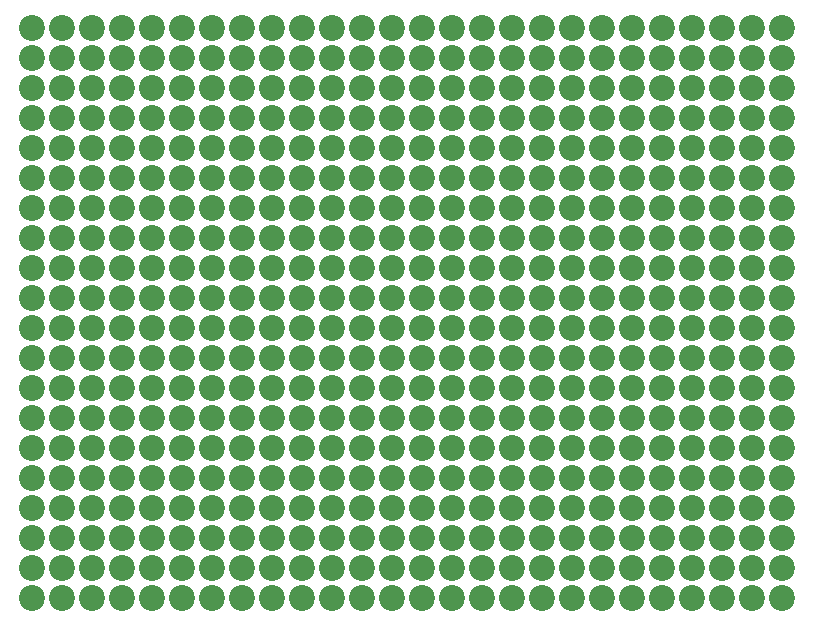
<source format=gbr>
%TF.GenerationSoftware,KiCad,Pcbnew,(5.1.8)-1*%
%TF.CreationDate,2022-01-26T04:46:27+03:00*%
%TF.ProjectId,Proto50x70-4er,50726f74-6f35-4307-9837-302d3465722e,rev?*%
%TF.SameCoordinates,Original*%
%TF.FileFunction,Copper,L1,Top*%
%TF.FilePolarity,Positive*%
%FSLAX46Y46*%
G04 Gerber Fmt 4.6, Leading zero omitted, Abs format (unit mm)*
G04 Created by KiCad (PCBNEW (5.1.8)-1) date 2022-01-26 04:46:27*
%MOMM*%
%LPD*%
G01*
G04 APERTURE LIST*
%TA.AperFunction,ViaPad*%
%ADD10C,2.200000*%
%TD*%
G04 APERTURE END LIST*
D10*
%TO.N,*%
X53340000Y-76200000D03*
X53340000Y-73660000D03*
X53340000Y-71120000D03*
X53340000Y-68580000D03*
X53340000Y-66040000D03*
X53340000Y-63500000D03*
X53340000Y-60960000D03*
X53340000Y-58420000D03*
X53340000Y-55880000D03*
X53340000Y-53340000D03*
X53340000Y-50800000D03*
X53340000Y-48260000D03*
X53340000Y-45720000D03*
X53340000Y-43180000D03*
X53340000Y-40640000D03*
X53340000Y-38100000D03*
X53340000Y-35560000D03*
X53340000Y-33020000D03*
X53340000Y-30480000D03*
X53340000Y-27940000D03*
X55880000Y-45720000D03*
X55880000Y-50800000D03*
X55880000Y-38100000D03*
X55880000Y-58420000D03*
X55880000Y-27940000D03*
X55880000Y-33020000D03*
X55880000Y-35560000D03*
X55880000Y-30480000D03*
X55880000Y-63500000D03*
X55880000Y-60960000D03*
X55880000Y-71120000D03*
X55880000Y-76200000D03*
X55880000Y-68580000D03*
X55880000Y-53340000D03*
X55880000Y-73660000D03*
X55880000Y-40640000D03*
X55880000Y-55880000D03*
X55880000Y-66040000D03*
X55880000Y-48260000D03*
X55880000Y-43180000D03*
X58420000Y-45720000D03*
X58420000Y-50800000D03*
X58420000Y-38100000D03*
X58420000Y-58420000D03*
X58420000Y-27940000D03*
X58420000Y-33020000D03*
X58420000Y-35560000D03*
X58420000Y-30480000D03*
X58420000Y-63500000D03*
X58420000Y-60960000D03*
X58420000Y-71120000D03*
X58420000Y-76200000D03*
X58420000Y-68580000D03*
X58420000Y-53340000D03*
X58420000Y-73660000D03*
X58420000Y-40640000D03*
X58420000Y-55880000D03*
X58420000Y-66040000D03*
X58420000Y-48260000D03*
X58420000Y-43180000D03*
X60960000Y-45720000D03*
X60960000Y-50800000D03*
X60960000Y-38100000D03*
X60960000Y-58420000D03*
X60960000Y-27940000D03*
X60960000Y-33020000D03*
X60960000Y-35560000D03*
X60960000Y-30480000D03*
X60960000Y-63500000D03*
X60960000Y-60960000D03*
X60960000Y-71120000D03*
X60960000Y-76200000D03*
X60960000Y-68580000D03*
X60960000Y-53340000D03*
X60960000Y-73660000D03*
X60960000Y-40640000D03*
X60960000Y-55880000D03*
X60960000Y-66040000D03*
X60960000Y-48260000D03*
X60960000Y-43180000D03*
X68580000Y-33020000D03*
X63500000Y-45720000D03*
X63500000Y-50800000D03*
X68580000Y-68580000D03*
X71120000Y-58420000D03*
X66040000Y-55880000D03*
X63500000Y-38100000D03*
X68580000Y-60960000D03*
X63500000Y-58420000D03*
X68580000Y-71120000D03*
X66040000Y-76200000D03*
X66040000Y-53340000D03*
X66040000Y-40640000D03*
X68580000Y-27940000D03*
X71120000Y-38100000D03*
X71120000Y-73660000D03*
X71120000Y-27940000D03*
X71120000Y-55880000D03*
X63500000Y-27940000D03*
X71120000Y-35560000D03*
X71120000Y-33020000D03*
X71120000Y-30480000D03*
X71120000Y-71120000D03*
X71120000Y-60960000D03*
X71120000Y-45720000D03*
X71120000Y-53340000D03*
X68580000Y-43180000D03*
X71120000Y-76200000D03*
X71120000Y-50800000D03*
X71120000Y-68580000D03*
X71120000Y-63500000D03*
X71120000Y-66040000D03*
X66040000Y-27940000D03*
X68580000Y-45720000D03*
X68580000Y-63500000D03*
X63500000Y-33020000D03*
X68580000Y-40640000D03*
X63500000Y-35560000D03*
X68580000Y-66040000D03*
X63500000Y-30480000D03*
X68580000Y-76200000D03*
X68580000Y-38100000D03*
X66040000Y-68580000D03*
X66040000Y-73660000D03*
X68580000Y-50800000D03*
X63500000Y-63500000D03*
X63500000Y-60960000D03*
X68580000Y-53340000D03*
X68580000Y-73660000D03*
X68580000Y-48260000D03*
X66040000Y-43180000D03*
X71120000Y-43180000D03*
X63500000Y-71120000D03*
X68580000Y-35560000D03*
X68580000Y-55880000D03*
X63500000Y-76200000D03*
X66040000Y-60960000D03*
X66040000Y-48260000D03*
X66040000Y-35560000D03*
X66040000Y-30480000D03*
X63500000Y-68580000D03*
X66040000Y-71120000D03*
X63500000Y-53340000D03*
X63500000Y-73660000D03*
X66040000Y-63500000D03*
X68580000Y-58420000D03*
X66040000Y-66040000D03*
X63500000Y-40640000D03*
X66040000Y-58420000D03*
X71120000Y-40640000D03*
X63500000Y-55880000D03*
X68580000Y-30480000D03*
X66040000Y-50800000D03*
X63500000Y-66040000D03*
X71120000Y-48260000D03*
X66040000Y-38100000D03*
X63500000Y-48260000D03*
X63500000Y-43180000D03*
X66040000Y-33020000D03*
X66040000Y-45720000D03*
X78740000Y-33020000D03*
X73660000Y-45720000D03*
X73660000Y-50800000D03*
X78740000Y-68580000D03*
X81280000Y-58420000D03*
X76200000Y-55880000D03*
X73660000Y-38100000D03*
X78740000Y-60960000D03*
X73660000Y-58420000D03*
X78740000Y-71120000D03*
X76200000Y-76200000D03*
X76200000Y-53340000D03*
X76200000Y-40640000D03*
X78740000Y-27940000D03*
X81280000Y-38100000D03*
X81280000Y-73660000D03*
X81280000Y-27940000D03*
X81280000Y-55880000D03*
X73660000Y-27940000D03*
X81280000Y-35560000D03*
X81280000Y-33020000D03*
X81280000Y-30480000D03*
X81280000Y-71120000D03*
X81280000Y-60960000D03*
X81280000Y-45720000D03*
X81280000Y-53340000D03*
X78740000Y-43180000D03*
X81280000Y-76200000D03*
X81280000Y-50800000D03*
X81280000Y-68580000D03*
X81280000Y-63500000D03*
X81280000Y-66040000D03*
X76200000Y-27940000D03*
X78740000Y-45720000D03*
X78740000Y-63500000D03*
X73660000Y-33020000D03*
X78740000Y-40640000D03*
X73660000Y-35560000D03*
X78740000Y-66040000D03*
X73660000Y-30480000D03*
X78740000Y-76200000D03*
X78740000Y-38100000D03*
X76200000Y-68580000D03*
X76200000Y-73660000D03*
X78740000Y-50800000D03*
X73660000Y-63500000D03*
X73660000Y-60960000D03*
X78740000Y-53340000D03*
X78740000Y-73660000D03*
X78740000Y-48260000D03*
X76200000Y-43180000D03*
X81280000Y-43180000D03*
X73660000Y-71120000D03*
X78740000Y-35560000D03*
X78740000Y-55880000D03*
X73660000Y-76200000D03*
X76200000Y-60960000D03*
X76200000Y-48260000D03*
X76200000Y-35560000D03*
X76200000Y-30480000D03*
X73660000Y-68580000D03*
X76200000Y-71120000D03*
X73660000Y-53340000D03*
X73660000Y-73660000D03*
X76200000Y-63500000D03*
X78740000Y-58420000D03*
X76200000Y-66040000D03*
X73660000Y-40640000D03*
X76200000Y-58420000D03*
X81280000Y-40640000D03*
X73660000Y-55880000D03*
X78740000Y-30480000D03*
X76200000Y-50800000D03*
X73660000Y-66040000D03*
X81280000Y-48260000D03*
X76200000Y-38100000D03*
X73660000Y-48260000D03*
X73660000Y-43180000D03*
X76200000Y-33020000D03*
X76200000Y-45720000D03*
X88900000Y-33020000D03*
X83820000Y-45720000D03*
X83820000Y-50800000D03*
X88900000Y-68580000D03*
X91440000Y-58420000D03*
X86360000Y-55880000D03*
X83820000Y-38100000D03*
X88900000Y-60960000D03*
X83820000Y-58420000D03*
X88900000Y-71120000D03*
X86360000Y-76200000D03*
X86360000Y-53340000D03*
X86360000Y-40640000D03*
X88900000Y-27940000D03*
X91440000Y-38100000D03*
X91440000Y-73660000D03*
X91440000Y-27940000D03*
X91440000Y-55880000D03*
X83820000Y-27940000D03*
X91440000Y-35560000D03*
X91440000Y-33020000D03*
X91440000Y-30480000D03*
X91440000Y-71120000D03*
X91440000Y-60960000D03*
X91440000Y-45720000D03*
X91440000Y-53340000D03*
X88900000Y-43180000D03*
X91440000Y-76200000D03*
X91440000Y-50800000D03*
X91440000Y-68580000D03*
X91440000Y-63500000D03*
X91440000Y-66040000D03*
X86360000Y-27940000D03*
X88900000Y-45720000D03*
X88900000Y-63500000D03*
X83820000Y-33020000D03*
X88900000Y-40640000D03*
X83820000Y-35560000D03*
X88900000Y-66040000D03*
X83820000Y-30480000D03*
X88900000Y-76200000D03*
X88900000Y-38100000D03*
X86360000Y-68580000D03*
X86360000Y-73660000D03*
X88900000Y-50800000D03*
X83820000Y-63500000D03*
X83820000Y-60960000D03*
X88900000Y-53340000D03*
X88900000Y-73660000D03*
X88900000Y-48260000D03*
X86360000Y-43180000D03*
X91440000Y-43180000D03*
X83820000Y-71120000D03*
X88900000Y-35560000D03*
X88900000Y-55880000D03*
X83820000Y-76200000D03*
X86360000Y-60960000D03*
X86360000Y-48260000D03*
X86360000Y-35560000D03*
X86360000Y-30480000D03*
X83820000Y-68580000D03*
X86360000Y-71120000D03*
X83820000Y-53340000D03*
X83820000Y-73660000D03*
X86360000Y-63500000D03*
X88900000Y-58420000D03*
X86360000Y-66040000D03*
X83820000Y-40640000D03*
X86360000Y-58420000D03*
X91440000Y-40640000D03*
X83820000Y-55880000D03*
X88900000Y-30480000D03*
X86360000Y-50800000D03*
X83820000Y-66040000D03*
X91440000Y-48260000D03*
X86360000Y-38100000D03*
X83820000Y-48260000D03*
X83820000Y-43180000D03*
X86360000Y-33020000D03*
X86360000Y-45720000D03*
X99060000Y-33020000D03*
X93980000Y-45720000D03*
X93980000Y-50800000D03*
X99060000Y-68580000D03*
X101600000Y-58420000D03*
X96520000Y-55880000D03*
X93980000Y-38100000D03*
X99060000Y-60960000D03*
X93980000Y-58420000D03*
X99060000Y-71120000D03*
X96520000Y-76200000D03*
X96520000Y-53340000D03*
X96520000Y-40640000D03*
X99060000Y-27940000D03*
X101600000Y-38100000D03*
X101600000Y-73660000D03*
X101600000Y-27940000D03*
X101600000Y-55880000D03*
X93980000Y-27940000D03*
X101600000Y-35560000D03*
X101600000Y-33020000D03*
X101600000Y-30480000D03*
X101600000Y-71120000D03*
X101600000Y-60960000D03*
X101600000Y-45720000D03*
X101600000Y-53340000D03*
X99060000Y-43180000D03*
X101600000Y-76200000D03*
X101600000Y-50800000D03*
X101600000Y-68580000D03*
X101600000Y-63500000D03*
X101600000Y-66040000D03*
X96520000Y-27940000D03*
X99060000Y-45720000D03*
X99060000Y-63500000D03*
X93980000Y-33020000D03*
X99060000Y-40640000D03*
X93980000Y-35560000D03*
X99060000Y-66040000D03*
X93980000Y-30480000D03*
X99060000Y-76200000D03*
X99060000Y-38100000D03*
X96520000Y-68580000D03*
X96520000Y-73660000D03*
X99060000Y-50800000D03*
X93980000Y-63500000D03*
X93980000Y-60960000D03*
X99060000Y-53340000D03*
X99060000Y-73660000D03*
X99060000Y-48260000D03*
X96520000Y-43180000D03*
X101600000Y-43180000D03*
X93980000Y-71120000D03*
X99060000Y-35560000D03*
X99060000Y-55880000D03*
X93980000Y-76200000D03*
X96520000Y-60960000D03*
X96520000Y-48260000D03*
X96520000Y-35560000D03*
X96520000Y-30480000D03*
X93980000Y-68580000D03*
X96520000Y-71120000D03*
X93980000Y-53340000D03*
X93980000Y-73660000D03*
X96520000Y-63500000D03*
X99060000Y-58420000D03*
X96520000Y-66040000D03*
X93980000Y-40640000D03*
X96520000Y-58420000D03*
X101600000Y-40640000D03*
X93980000Y-55880000D03*
X99060000Y-30480000D03*
X96520000Y-50800000D03*
X93980000Y-66040000D03*
X101600000Y-48260000D03*
X96520000Y-38100000D03*
X93980000Y-48260000D03*
X93980000Y-43180000D03*
X96520000Y-33020000D03*
X96520000Y-45720000D03*
X109220000Y-33020000D03*
X104140000Y-45720000D03*
X104140000Y-50800000D03*
X109220000Y-68580000D03*
X111760000Y-58420000D03*
X106680000Y-55880000D03*
X104140000Y-38100000D03*
X109220000Y-60960000D03*
X104140000Y-58420000D03*
X109220000Y-71120000D03*
X106680000Y-76200000D03*
X106680000Y-53340000D03*
X106680000Y-40640000D03*
X109220000Y-27940000D03*
X111760000Y-38100000D03*
X111760000Y-73660000D03*
X111760000Y-27940000D03*
X111760000Y-55880000D03*
X104140000Y-27940000D03*
X111760000Y-35560000D03*
X111760000Y-33020000D03*
X111760000Y-30480000D03*
X111760000Y-71120000D03*
X111760000Y-60960000D03*
X111760000Y-45720000D03*
X111760000Y-53340000D03*
X109220000Y-43180000D03*
X111760000Y-76200000D03*
X111760000Y-50800000D03*
X111760000Y-68580000D03*
X111760000Y-63500000D03*
X111760000Y-66040000D03*
X106680000Y-27940000D03*
X109220000Y-45720000D03*
X109220000Y-63500000D03*
X104140000Y-33020000D03*
X109220000Y-40640000D03*
X104140000Y-35560000D03*
X109220000Y-66040000D03*
X104140000Y-30480000D03*
X109220000Y-76200000D03*
X109220000Y-38100000D03*
X106680000Y-68580000D03*
X106680000Y-73660000D03*
X109220000Y-50800000D03*
X104140000Y-63500000D03*
X104140000Y-60960000D03*
X109220000Y-53340000D03*
X109220000Y-73660000D03*
X109220000Y-48260000D03*
X106680000Y-43180000D03*
X111760000Y-43180000D03*
X104140000Y-71120000D03*
X109220000Y-35560000D03*
X109220000Y-55880000D03*
X104140000Y-76200000D03*
X106680000Y-60960000D03*
X106680000Y-48260000D03*
X106680000Y-35560000D03*
X106680000Y-30480000D03*
X104140000Y-68580000D03*
X106680000Y-71120000D03*
X104140000Y-53340000D03*
X104140000Y-73660000D03*
X106680000Y-63500000D03*
X109220000Y-58420000D03*
X106680000Y-66040000D03*
X104140000Y-40640000D03*
X106680000Y-58420000D03*
X111760000Y-40640000D03*
X104140000Y-55880000D03*
X109220000Y-30480000D03*
X106680000Y-50800000D03*
X104140000Y-66040000D03*
X111760000Y-48260000D03*
X106680000Y-38100000D03*
X104140000Y-48260000D03*
X104140000Y-43180000D03*
X106680000Y-33020000D03*
X106680000Y-45720000D03*
X114300000Y-45720000D03*
X114300000Y-50800000D03*
X114300000Y-38100000D03*
X114300000Y-58420000D03*
X114300000Y-27940000D03*
X114300000Y-33020000D03*
X114300000Y-35560000D03*
X114300000Y-30480000D03*
X114300000Y-63500000D03*
X114300000Y-60960000D03*
X114300000Y-71120000D03*
X114300000Y-76200000D03*
X114300000Y-68580000D03*
X114300000Y-53340000D03*
X114300000Y-73660000D03*
X114300000Y-40640000D03*
X114300000Y-55880000D03*
X114300000Y-66040000D03*
X114300000Y-48260000D03*
X114300000Y-43180000D03*
X116840000Y-45720000D03*
X116840000Y-50800000D03*
X116840000Y-38100000D03*
X116840000Y-58420000D03*
X116840000Y-27940000D03*
X116840000Y-33020000D03*
X116840000Y-35560000D03*
X116840000Y-30480000D03*
X116840000Y-63500000D03*
X116840000Y-60960000D03*
X116840000Y-71120000D03*
X116840000Y-76200000D03*
X116840000Y-68580000D03*
X116840000Y-53340000D03*
X116840000Y-73660000D03*
X116840000Y-40640000D03*
X116840000Y-55880000D03*
X116840000Y-66040000D03*
X116840000Y-48260000D03*
X116840000Y-43180000D03*
%TD*%
M02*

</source>
